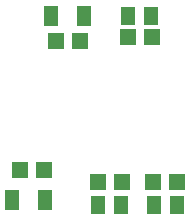
<source format=gbp>
G04 Layer_Color=16770453*
%FSLAX25Y25*%
%MOIN*%
G70*
G01*
G75*
%ADD25R,0.05118X0.05906*%
%ADD26R,0.05512X0.05512*%
%ADD88R,0.05118X0.07087*%
D25*
X225839Y261500D02*
D03*
X218161D02*
D03*
X226661Y198500D02*
D03*
X234339D02*
D03*
X215839D02*
D03*
X208161D02*
D03*
D26*
X225937Y254500D02*
D03*
X218063D02*
D03*
X189937Y210000D02*
D03*
X182063D02*
D03*
X201937Y253000D02*
D03*
X194063D02*
D03*
X226563Y206000D02*
D03*
X234437D02*
D03*
X215937D02*
D03*
X208063D02*
D03*
D88*
X179488Y200249D02*
D03*
X190512D02*
D03*
X192488Y261500D02*
D03*
X203512D02*
D03*
M02*

</source>
